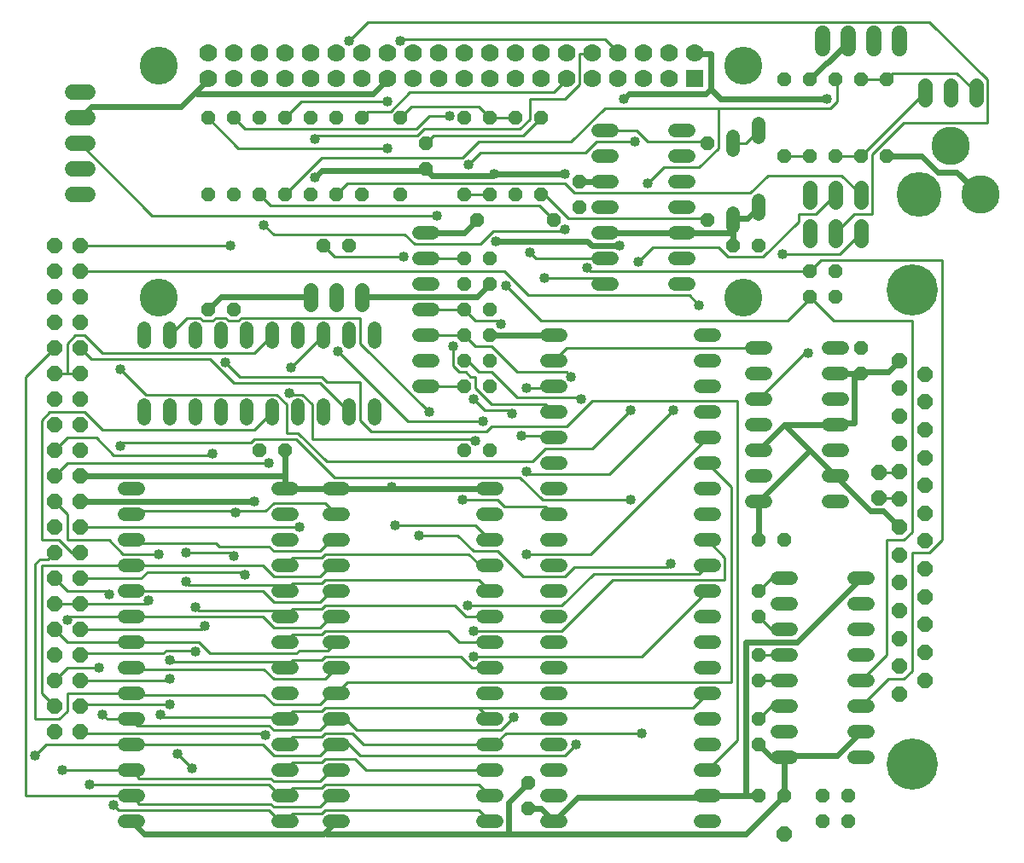
<source format=gtl>
G75*
%MOIN*%
%OFA0B0*%
%FSLAX24Y24*%
%IPPOS*%
%LPD*%
%AMOC8*
5,1,8,0,0,1.08239X$1,22.5*
%
%ADD10OC8,0.0520*%
%ADD11C,0.0520*%
%ADD12C,0.0560*%
%ADD13OC8,0.0560*%
%ADD14C,0.0600*%
%ADD15OC8,0.0600*%
%ADD16C,0.2000*%
%ADD17R,0.0700X0.0700*%
%ADD18C,0.0700*%
%ADD19C,0.1483*%
%ADD20C,0.1750*%
%ADD21C,0.1500*%
%ADD22C,0.0100*%
%ADD23C,0.0400*%
%ADD24C,0.0240*%
D10*
X020680Y002680D03*
X020680Y003680D03*
X029680Y003180D03*
X030680Y003180D03*
X029680Y005180D03*
X029680Y006180D03*
X029680Y007680D03*
X029680Y008680D03*
X029680Y010180D03*
X029680Y011180D03*
X029680Y013180D03*
X030680Y013180D03*
X033680Y019680D03*
X033680Y020680D03*
X029680Y024680D03*
X028680Y024680D03*
X027680Y025680D03*
X030680Y028180D03*
X031680Y028180D03*
X032680Y028180D03*
X033680Y028180D03*
X034680Y028180D03*
X034680Y031180D03*
X033680Y031180D03*
X032680Y031180D03*
X031680Y031180D03*
X030680Y031180D03*
X027680Y028680D03*
X022680Y027180D03*
X022680Y026180D03*
X021680Y025680D03*
X021180Y026680D03*
X020180Y026680D03*
X019180Y026680D03*
X018180Y026680D03*
X018680Y025680D03*
X016680Y027680D03*
X016680Y028680D03*
X015680Y029680D03*
X014180Y029680D03*
X013180Y029680D03*
X012180Y029680D03*
X011180Y029680D03*
X010180Y029680D03*
X009180Y029680D03*
X008180Y029680D03*
X008180Y026680D03*
X009180Y026680D03*
X010180Y026680D03*
X011180Y026680D03*
X012180Y026680D03*
X013180Y026680D03*
X014180Y026680D03*
X015680Y026680D03*
X013680Y024680D03*
X012680Y024680D03*
X009180Y022180D03*
X008180Y022180D03*
X010180Y016680D03*
X011180Y016680D03*
X018180Y016680D03*
X019180Y016680D03*
X019180Y029680D03*
X018180Y029680D03*
X020180Y029680D03*
X021180Y029680D03*
D11*
X023420Y029180D02*
X023940Y029180D01*
X023940Y028180D02*
X023420Y028180D01*
X023420Y027180D02*
X023940Y027180D01*
X023940Y026180D02*
X023420Y026180D01*
X023420Y025180D02*
X023940Y025180D01*
X023940Y024180D02*
X023420Y024180D01*
X023420Y023180D02*
X023940Y023180D01*
X026420Y023180D02*
X026940Y023180D01*
X026940Y024180D02*
X026420Y024180D01*
X026420Y025180D02*
X026940Y025180D01*
X026940Y026180D02*
X026420Y026180D01*
X026420Y027180D02*
X026940Y027180D01*
X026940Y028180D02*
X026420Y028180D01*
X026420Y029180D02*
X026940Y029180D01*
X028680Y028940D02*
X028680Y028420D01*
X029680Y028920D02*
X029680Y029440D01*
X029680Y026440D02*
X029680Y025920D01*
X028680Y025940D02*
X028680Y025420D01*
X027940Y021180D02*
X027420Y021180D01*
X027420Y020180D02*
X027940Y020180D01*
X027940Y019180D02*
X027420Y019180D01*
X027420Y018180D02*
X027940Y018180D01*
X027940Y017180D02*
X027420Y017180D01*
X027420Y016180D02*
X027940Y016180D01*
X027940Y015180D02*
X027420Y015180D01*
X027420Y014180D02*
X027940Y014180D01*
X027940Y013180D02*
X027420Y013180D01*
X027420Y012180D02*
X027940Y012180D01*
X027940Y011180D02*
X027420Y011180D01*
X027420Y010180D02*
X027940Y010180D01*
X027940Y009180D02*
X027420Y009180D01*
X027420Y008180D02*
X027940Y008180D01*
X027940Y007180D02*
X027420Y007180D01*
X027420Y006180D02*
X027940Y006180D01*
X027940Y005180D02*
X027420Y005180D01*
X027420Y004180D02*
X027940Y004180D01*
X027940Y003180D02*
X027420Y003180D01*
X027420Y002180D02*
X027940Y002180D01*
X030420Y004680D02*
X030940Y004680D01*
X030940Y005680D02*
X030420Y005680D01*
X030420Y006680D02*
X030940Y006680D01*
X030940Y007680D02*
X030420Y007680D01*
X030420Y008680D02*
X030940Y008680D01*
X030940Y009680D02*
X030420Y009680D01*
X030420Y010680D02*
X030940Y010680D01*
X030940Y011680D02*
X030420Y011680D01*
X033420Y011680D02*
X033940Y011680D01*
X033940Y010680D02*
X033420Y010680D01*
X033420Y009680D02*
X033940Y009680D01*
X033940Y008680D02*
X033420Y008680D01*
X033420Y007680D02*
X033940Y007680D01*
X033940Y006680D02*
X033420Y006680D01*
X033420Y005680D02*
X033940Y005680D01*
X033940Y004680D02*
X033420Y004680D01*
X021940Y004180D02*
X021420Y004180D01*
X021420Y003180D02*
X021940Y003180D01*
X021940Y002180D02*
X021420Y002180D01*
X019440Y002180D02*
X018920Y002180D01*
X018920Y003180D02*
X019440Y003180D01*
X019440Y004180D02*
X018920Y004180D01*
X018920Y005180D02*
X019440Y005180D01*
X019440Y006180D02*
X018920Y006180D01*
X018920Y007180D02*
X019440Y007180D01*
X019440Y008180D02*
X018920Y008180D01*
X018920Y009180D02*
X019440Y009180D01*
X019440Y010180D02*
X018920Y010180D01*
X018920Y011180D02*
X019440Y011180D01*
X019440Y012180D02*
X018920Y012180D01*
X018920Y013180D02*
X019440Y013180D01*
X019440Y014180D02*
X018920Y014180D01*
X018920Y015180D02*
X019440Y015180D01*
X021420Y015180D02*
X021940Y015180D01*
X021940Y014180D02*
X021420Y014180D01*
X021420Y013180D02*
X021940Y013180D01*
X021940Y012180D02*
X021420Y012180D01*
X021420Y011180D02*
X021940Y011180D01*
X021940Y010180D02*
X021420Y010180D01*
X021420Y009180D02*
X021940Y009180D01*
X021940Y008180D02*
X021420Y008180D01*
X021420Y007180D02*
X021940Y007180D01*
X021940Y006180D02*
X021420Y006180D01*
X021420Y005180D02*
X021940Y005180D01*
X013440Y005180D02*
X012920Y005180D01*
X012920Y004180D02*
X013440Y004180D01*
X013440Y003180D02*
X012920Y003180D01*
X012920Y002180D02*
X013440Y002180D01*
X011440Y002180D02*
X010920Y002180D01*
X010920Y003180D02*
X011440Y003180D01*
X011440Y004180D02*
X010920Y004180D01*
X010920Y005180D02*
X011440Y005180D01*
X011440Y006180D02*
X010920Y006180D01*
X010920Y007180D02*
X011440Y007180D01*
X011440Y008180D02*
X010920Y008180D01*
X010920Y009180D02*
X011440Y009180D01*
X011440Y010180D02*
X010920Y010180D01*
X010920Y011180D02*
X011440Y011180D01*
X011440Y012180D02*
X010920Y012180D01*
X010920Y013180D02*
X011440Y013180D01*
X011440Y014180D02*
X010920Y014180D01*
X010920Y015180D02*
X011440Y015180D01*
X012920Y015180D02*
X013440Y015180D01*
X013440Y014180D02*
X012920Y014180D01*
X012920Y013180D02*
X013440Y013180D01*
X013440Y012180D02*
X012920Y012180D01*
X012920Y011180D02*
X013440Y011180D01*
X013440Y010180D02*
X012920Y010180D01*
X012920Y009180D02*
X013440Y009180D01*
X013440Y008180D02*
X012920Y008180D01*
X012920Y007180D02*
X013440Y007180D01*
X013440Y006180D02*
X012920Y006180D01*
X005440Y006180D02*
X004920Y006180D01*
X004920Y005180D02*
X005440Y005180D01*
X005440Y004180D02*
X004920Y004180D01*
X004920Y003180D02*
X005440Y003180D01*
X005440Y002180D02*
X004920Y002180D01*
X004920Y007180D02*
X005440Y007180D01*
X005440Y008180D02*
X004920Y008180D01*
X004920Y009180D02*
X005440Y009180D01*
X005440Y010180D02*
X004920Y010180D01*
X004920Y011180D02*
X005440Y011180D01*
X005440Y012180D02*
X004920Y012180D01*
X004920Y013180D02*
X005440Y013180D01*
X005440Y014180D02*
X004920Y014180D01*
X004920Y015180D02*
X005440Y015180D01*
X005680Y017920D02*
X005680Y018440D01*
X006680Y018440D02*
X006680Y017920D01*
X007680Y017920D02*
X007680Y018440D01*
X008680Y018440D02*
X008680Y017920D01*
X009680Y017920D02*
X009680Y018440D01*
X010680Y018440D02*
X010680Y017920D01*
X011680Y017920D02*
X011680Y018440D01*
X012680Y018440D02*
X012680Y017920D01*
X013680Y017920D02*
X013680Y018440D01*
X014680Y018440D02*
X014680Y017920D01*
X016420Y019180D02*
X016940Y019180D01*
X016940Y020180D02*
X016420Y020180D01*
X016420Y021180D02*
X016940Y021180D01*
X016940Y022180D02*
X016420Y022180D01*
X016420Y023180D02*
X016940Y023180D01*
X016940Y024180D02*
X016420Y024180D01*
X016420Y025180D02*
X016940Y025180D01*
X014680Y021440D02*
X014680Y020920D01*
X013680Y020920D02*
X013680Y021440D01*
X012680Y021440D02*
X012680Y020920D01*
X011680Y020920D02*
X011680Y021440D01*
X010680Y021440D02*
X010680Y020920D01*
X009680Y020920D02*
X009680Y021440D01*
X008680Y021440D02*
X008680Y020920D01*
X007680Y020920D02*
X007680Y021440D01*
X006680Y021440D02*
X006680Y020920D01*
X005680Y020920D02*
X005680Y021440D01*
X021420Y021180D02*
X021940Y021180D01*
X021940Y020180D02*
X021420Y020180D01*
X021420Y019180D02*
X021940Y019180D01*
X021940Y018180D02*
X021420Y018180D01*
X021420Y017180D02*
X021940Y017180D01*
X021940Y016180D02*
X021420Y016180D01*
X029420Y015680D02*
X029940Y015680D01*
X029940Y014680D02*
X029420Y014680D01*
X029420Y016680D02*
X029940Y016680D01*
X029940Y017680D02*
X029420Y017680D01*
X029420Y018680D02*
X029940Y018680D01*
X029940Y019680D02*
X029420Y019680D01*
X029420Y020680D02*
X029940Y020680D01*
X032420Y020680D02*
X032940Y020680D01*
X032940Y019680D02*
X032420Y019680D01*
X032420Y018680D02*
X032940Y018680D01*
X032940Y017680D02*
X032420Y017680D01*
X032420Y016680D02*
X032940Y016680D01*
X032940Y015680D02*
X032420Y015680D01*
X032420Y014680D02*
X032940Y014680D01*
D12*
X032680Y024900D02*
X032680Y025460D01*
X032680Y026400D02*
X032680Y026960D01*
X033680Y026960D02*
X033680Y026400D01*
X033680Y025460D02*
X033680Y024900D01*
X031680Y024900D02*
X031680Y025460D01*
X031680Y026400D02*
X031680Y026960D01*
X036180Y030400D02*
X036180Y030960D01*
X037180Y030960D02*
X037180Y030400D01*
X038180Y030400D02*
X038180Y030960D01*
X014180Y022960D02*
X014180Y022400D01*
X013180Y022400D02*
X013180Y022960D01*
X012180Y022960D02*
X012180Y022400D01*
D13*
X018180Y022180D03*
X019180Y022180D03*
X019180Y021180D03*
X018180Y021180D03*
X018180Y020180D03*
X019180Y020180D03*
X019180Y019180D03*
X018180Y019180D03*
X018180Y023180D03*
X019180Y023180D03*
X019180Y024180D03*
X018180Y024180D03*
X031680Y023680D03*
X031680Y022680D03*
X032680Y022680D03*
X032680Y023680D03*
X032180Y003180D03*
X033180Y003180D03*
X033180Y002180D03*
X032180Y002180D03*
D14*
X003480Y026680D02*
X002880Y026680D01*
X002880Y027680D02*
X003480Y027680D01*
X003480Y028680D02*
X002880Y028680D01*
X002880Y029680D02*
X003480Y029680D01*
X003480Y030680D02*
X002880Y030680D01*
X032180Y032380D02*
X032180Y032980D01*
X033180Y032980D02*
X033180Y032380D01*
X034180Y032380D02*
X034180Y032980D01*
X035180Y032980D02*
X035180Y032380D01*
D15*
X035180Y020200D03*
X036180Y019660D03*
X035180Y019110D03*
X036180Y018570D03*
X035180Y018030D03*
X036180Y017480D03*
X035180Y016940D03*
X036180Y016400D03*
X035180Y015850D03*
X034380Y015830D03*
X034380Y014830D03*
X035180Y014770D03*
X036180Y015310D03*
X036180Y014220D03*
X035180Y013680D03*
X036180Y013140D03*
X035180Y012590D03*
X036180Y012050D03*
X035180Y011510D03*
X036180Y010960D03*
X035180Y010420D03*
X036180Y009880D03*
X035180Y009330D03*
X036180Y008790D03*
X035180Y008250D03*
X036180Y007700D03*
X035180Y007160D03*
X030680Y001680D03*
X003180Y005680D03*
X002180Y005680D03*
X002180Y006680D03*
X003180Y006680D03*
X003180Y007680D03*
X002180Y007680D03*
X002180Y008680D03*
X003180Y008680D03*
X003180Y009680D03*
X002180Y009680D03*
X002180Y010680D03*
X003180Y010680D03*
X003180Y011680D03*
X002180Y011680D03*
X002180Y012680D03*
X003180Y012680D03*
X003180Y013680D03*
X002180Y013680D03*
X002180Y014680D03*
X003180Y014680D03*
X003180Y015680D03*
X002180Y015680D03*
X002180Y016680D03*
X003180Y016680D03*
X003180Y017680D03*
X002180Y017680D03*
X002180Y018680D03*
X003180Y018680D03*
X003180Y019680D03*
X002180Y019680D03*
X002180Y020680D03*
X003180Y020680D03*
X003180Y021680D03*
X003180Y022680D03*
X002180Y022680D03*
X002180Y021680D03*
X002180Y023680D03*
X003180Y023680D03*
X003180Y024680D03*
X002180Y024680D03*
D16*
X035680Y022940D03*
X035680Y004420D03*
D17*
X027180Y031208D03*
D18*
X026180Y031208D03*
X026180Y032208D03*
X027180Y032208D03*
X025180Y032208D03*
X024180Y032208D03*
X023180Y032208D03*
X022180Y032208D03*
X021180Y032208D03*
X020180Y032208D03*
X019180Y032208D03*
X018180Y032208D03*
X017180Y032208D03*
X016180Y032208D03*
X015180Y032208D03*
X014180Y032208D03*
X013180Y032208D03*
X012180Y032208D03*
X011180Y032208D03*
X010180Y032208D03*
X009180Y032208D03*
X008180Y032208D03*
X008180Y031208D03*
X009180Y031208D03*
X010180Y031208D03*
X011180Y031208D03*
X012180Y031208D03*
X013180Y031208D03*
X014180Y031208D03*
X015180Y031208D03*
X016180Y031208D03*
X017180Y031208D03*
X018180Y031208D03*
X019180Y031208D03*
X020180Y031208D03*
X021180Y031208D03*
X022180Y031208D03*
X023180Y031208D03*
X024180Y031208D03*
X025180Y031208D03*
D19*
X029097Y031708D03*
X029097Y022652D03*
X006263Y022652D03*
X006263Y031708D03*
D20*
X035960Y026680D03*
D21*
X037180Y028570D03*
X038361Y026680D03*
D22*
X005180Y003180D02*
X001055Y003180D01*
X001055Y019555D01*
X002180Y020680D01*
X002680Y020868D02*
X002993Y021180D01*
X003368Y021180D01*
X004055Y020493D01*
X009993Y020493D01*
X010680Y021180D01*
X009493Y021868D02*
X009368Y021743D01*
X008993Y021743D01*
X008868Y021868D01*
X008493Y021868D01*
X008368Y021743D01*
X007993Y021743D01*
X007868Y021868D01*
X007368Y021868D01*
X006680Y021180D01*
X008243Y020243D02*
X009180Y019305D01*
X012555Y019305D01*
X013680Y018180D01*
X014118Y017868D02*
X014118Y019368D01*
X012805Y019368D01*
X012618Y019555D01*
X009430Y019555D01*
X008868Y020118D01*
X008243Y020243D02*
X003618Y020243D01*
X003180Y020680D01*
X002680Y020868D02*
X002680Y019680D01*
X003180Y019680D01*
X002680Y019680D02*
X002180Y019680D01*
X001993Y018180D02*
X001680Y017868D01*
X001680Y013180D01*
X002368Y013180D01*
X002868Y012680D01*
X003180Y012680D01*
X002680Y013180D02*
X004305Y013180D01*
X004868Y012618D01*
X006243Y012618D01*
X005805Y011930D02*
X005555Y011680D01*
X003180Y011680D01*
X002680Y011180D02*
X004180Y011180D01*
X004305Y011055D01*
X005180Y011180D02*
X010305Y011180D01*
X010743Y010743D01*
X012555Y010743D01*
X012993Y011180D01*
X013180Y011180D01*
X012743Y011618D02*
X018743Y011618D01*
X019180Y011180D01*
X019180Y012180D02*
X018805Y012180D01*
X018368Y012618D01*
X012743Y012618D01*
X012618Y012493D01*
X011493Y012493D01*
X011180Y012180D01*
X010743Y011743D02*
X012555Y011743D01*
X012993Y012180D01*
X013180Y012180D01*
X012743Y011618D02*
X012618Y011493D01*
X011493Y011493D01*
X011180Y011180D01*
X011368Y011430D01*
X007430Y011430D01*
X007305Y011555D01*
X007680Y010555D02*
X007805Y010430D01*
X011368Y010430D01*
X011180Y010180D01*
X011493Y010493D01*
X012618Y010493D01*
X012743Y010618D01*
X017805Y010618D01*
X018243Y010180D01*
X019180Y010180D01*
X018555Y009618D02*
X021993Y009618D01*
X023993Y011618D01*
X028368Y011618D01*
X028368Y012493D01*
X027680Y013180D01*
X027680Y012180D02*
X027368Y011868D01*
X023243Y011868D01*
X021993Y010618D01*
X018305Y010618D01*
X017555Y009618D02*
X017993Y009180D01*
X019180Y009180D01*
X018555Y008618D02*
X025118Y008618D01*
X027680Y011180D01*
X026243Y012243D02*
X026118Y012118D01*
X022493Y012118D01*
X022118Y011743D01*
X020493Y011743D01*
X019493Y012743D01*
X018555Y012743D01*
X017930Y013368D01*
X016430Y013368D01*
X015493Y013743D02*
X018618Y013743D01*
X019180Y013180D01*
X019743Y014493D02*
X019493Y014743D01*
X018118Y014743D01*
X019743Y014493D02*
X021368Y014493D01*
X021680Y014180D01*
X021243Y014743D02*
X024680Y014743D01*
X023868Y015743D02*
X026368Y018243D01*
X027680Y017180D02*
X023118Y012618D01*
X020618Y012618D01*
X021243Y014743D02*
X020368Y015618D01*
X013118Y015618D01*
X011618Y017118D01*
X009993Y017118D01*
X009868Y016993D01*
X004868Y016993D01*
X004743Y016868D01*
X004493Y016493D02*
X008305Y016493D01*
X008368Y016555D01*
X009993Y017493D02*
X004055Y017493D01*
X003368Y018180D01*
X001993Y018180D01*
X002680Y017180D02*
X003805Y017180D01*
X004493Y016493D01*
X002680Y016180D02*
X010555Y016180D01*
X011243Y017368D02*
X011680Y017368D01*
X012805Y016243D01*
X020868Y016243D01*
X021368Y016743D01*
X023180Y016743D01*
X024680Y018243D01*
X023180Y018618D02*
X022180Y017618D01*
X019243Y017618D01*
X019055Y017430D01*
X014555Y017430D01*
X014118Y017868D01*
X012243Y018493D02*
X012243Y017118D01*
X018555Y017118D01*
X018618Y017055D01*
X018930Y017805D02*
X015993Y017805D01*
X013243Y020555D01*
X012680Y021180D02*
X011430Y019930D01*
X011368Y018930D02*
X011430Y018868D01*
X011868Y018868D01*
X012243Y018493D01*
X011243Y018493D02*
X011243Y017368D01*
X010680Y018180D02*
X009993Y017493D01*
X011243Y018493D02*
X010868Y018868D01*
X005743Y018868D01*
X004743Y019868D01*
X002680Y017180D02*
X002180Y016680D01*
X002680Y016180D02*
X002180Y015680D01*
X002180Y014680D02*
X002680Y014180D01*
X002680Y013180D01*
X002180Y012680D02*
X001930Y012430D01*
X001618Y012430D01*
X001430Y012243D01*
X001430Y006180D01*
X002368Y006180D01*
X002680Y006493D01*
X002680Y007180D01*
X005180Y007180D01*
X005243Y007118D01*
X010368Y007118D01*
X010743Y006743D01*
X012555Y006743D01*
X012993Y007180D01*
X013180Y007180D01*
X013618Y007618D01*
X028618Y007618D01*
X028618Y015243D01*
X027680Y016180D01*
X028868Y018618D02*
X023180Y018618D01*
X022743Y018680D02*
X022680Y018743D01*
X020243Y018743D01*
X019243Y019743D01*
X018743Y019743D01*
X018305Y020180D01*
X018180Y020180D01*
X018243Y019743D02*
X017993Y019743D01*
X017743Y019993D01*
X017743Y020743D01*
X018180Y021180D02*
X016680Y021180D01*
X016680Y022180D02*
X018180Y022180D01*
X018618Y021743D01*
X019493Y021743D01*
X019618Y021618D01*
X019243Y020743D02*
X018618Y020743D01*
X018180Y021180D01*
X019243Y020743D02*
X020243Y019743D01*
X022180Y019743D01*
X022368Y019555D01*
X021680Y019180D02*
X021618Y019118D01*
X020618Y019118D01*
X021368Y018493D02*
X019243Y018493D01*
X018618Y019118D01*
X018618Y019555D01*
X018430Y019555D01*
X018243Y019743D01*
X018180Y019180D02*
X016680Y019180D01*
X016805Y018180D02*
X014118Y020868D01*
X014118Y021868D01*
X009493Y021868D01*
X009055Y024680D02*
X003180Y024680D01*
X003180Y023680D02*
X019743Y023680D01*
X020680Y022743D01*
X026993Y022743D01*
X027368Y022368D01*
X028493Y024243D02*
X029868Y024243D01*
X031243Y025618D01*
X031243Y025930D01*
X031930Y025930D01*
X032680Y026680D01*
X032930Y027430D02*
X033680Y026680D01*
X033430Y025930D02*
X032680Y025180D01*
X032868Y024368D02*
X033680Y025180D01*
X033430Y025930D02*
X034118Y025930D01*
X034118Y028243D01*
X035368Y029493D01*
X038618Y029493D01*
X038618Y031180D01*
X036368Y033430D01*
X014430Y033430D01*
X013680Y032680D01*
X015680Y032680D02*
X015743Y032743D01*
X023680Y032743D01*
X024180Y032243D01*
X024180Y032208D01*
X023180Y032180D02*
X023180Y032208D01*
X023180Y032180D02*
X022680Y032180D01*
X022680Y030993D01*
X022118Y030430D01*
X020743Y030430D01*
X020743Y029618D01*
X020368Y029243D01*
X016618Y029243D01*
X016368Y028993D01*
X012493Y028993D01*
X012368Y028868D01*
X012618Y028118D02*
X018118Y028118D01*
X018743Y028743D01*
X022368Y028743D01*
X023680Y030055D01*
X028118Y030055D01*
X028118Y028493D01*
X027368Y027743D01*
X025993Y027743D01*
X025368Y027118D01*
X025368Y028743D02*
X024930Y029180D01*
X023680Y029180D01*
X023368Y028743D02*
X024868Y028743D01*
X025368Y028743D02*
X027618Y028743D01*
X027680Y028680D01*
X028680Y028680D02*
X029180Y028680D01*
X029680Y029180D01*
X030680Y028180D02*
X031680Y028180D01*
X032680Y028180D02*
X033680Y028180D01*
X036180Y030680D01*
X034930Y031430D02*
X034680Y031180D01*
X033680Y031180D01*
X032743Y031180D02*
X032680Y031180D01*
X032743Y031180D02*
X032743Y030305D01*
X032493Y030055D01*
X028118Y030055D01*
X030055Y027430D02*
X032930Y027430D01*
X030055Y027430D02*
X029368Y026743D01*
X022493Y026743D01*
X022118Y027118D01*
X013618Y027118D01*
X013180Y026680D01*
X012618Y028118D02*
X011180Y026680D01*
X010618Y026243D02*
X021118Y026243D01*
X021680Y025680D01*
X022243Y025743D02*
X021305Y026680D01*
X021180Y026680D01*
X022243Y025743D02*
X027618Y025743D01*
X027680Y025680D01*
X028118Y024618D02*
X028493Y024243D01*
X028118Y024618D02*
X025555Y024618D01*
X024993Y024055D01*
X023680Y024180D02*
X020993Y024180D01*
X020743Y024430D01*
X021305Y023430D02*
X023430Y023430D01*
X023680Y023180D01*
X023118Y023680D02*
X022993Y023805D01*
X023118Y023680D02*
X031680Y023680D01*
X032118Y024118D01*
X036868Y024118D01*
X036868Y013180D01*
X036368Y012680D01*
X035680Y012680D01*
X035680Y008055D01*
X035368Y007743D01*
X034743Y007743D01*
X033680Y006680D01*
X033680Y007680D02*
X034680Y008680D01*
X034680Y013180D01*
X035368Y013180D01*
X035680Y013493D01*
X035680Y021743D01*
X032618Y021743D01*
X031680Y022680D01*
X031680Y022618D01*
X030805Y021743D01*
X021180Y021743D01*
X019805Y023118D01*
X018180Y024180D02*
X016680Y024180D01*
X016243Y024743D02*
X018805Y024743D01*
X019305Y025243D01*
X022055Y025243D01*
X022118Y025305D01*
X019180Y026680D02*
X018180Y026680D01*
X017118Y025868D02*
X005993Y025868D01*
X003180Y028680D01*
X008180Y029680D02*
X009368Y028493D01*
X015180Y028493D01*
X015680Y029680D02*
X016118Y030118D01*
X018743Y030118D01*
X019180Y029680D01*
X020180Y029680D01*
X020493Y028993D02*
X021180Y029680D01*
X020493Y028993D02*
X016993Y028993D01*
X016680Y028680D01*
X016305Y029243D02*
X016805Y029743D01*
X017618Y029743D01*
X016305Y029243D02*
X009618Y029243D01*
X009180Y029680D01*
X011180Y029680D02*
X011805Y030305D01*
X015180Y030305D01*
X015305Y029930D02*
X016055Y030680D01*
X021680Y030680D01*
X022180Y031180D01*
X022180Y031208D01*
X023368Y028743D02*
X022930Y028305D01*
X018805Y028305D01*
X018368Y027868D01*
X015305Y029930D02*
X014430Y029930D01*
X014180Y029680D01*
X010618Y026243D02*
X010180Y026680D01*
X010368Y025493D02*
X010743Y025118D01*
X015868Y025118D01*
X016243Y024743D01*
X015805Y024243D02*
X013118Y024243D01*
X012680Y024680D01*
X018555Y018680D02*
X018993Y018243D01*
X019930Y018243D01*
X020055Y018118D01*
X020430Y017243D02*
X021618Y017243D01*
X021680Y017180D01*
X021680Y018180D02*
X021368Y018493D01*
X021680Y020180D02*
X022180Y020680D01*
X029680Y020680D01*
X031493Y020493D02*
X031618Y020493D01*
X031493Y020493D02*
X029680Y018680D01*
X028868Y018618D02*
X028868Y005368D01*
X027680Y004180D01*
X029680Y006180D02*
X030180Y006680D01*
X030680Y006680D01*
X030680Y007680D02*
X029680Y007680D01*
X029680Y008680D02*
X030680Y008680D01*
X030680Y009680D02*
X030180Y009680D01*
X029680Y010180D01*
X029680Y011180D02*
X030180Y011680D01*
X030680Y011680D01*
X034380Y014830D02*
X034430Y014805D01*
X035180Y014805D01*
X035180Y014770D01*
X035180Y015805D02*
X034430Y015805D01*
X034380Y015830D01*
X035180Y015805D02*
X035180Y015850D01*
X032868Y024368D02*
X030618Y024368D01*
X037430Y031430D02*
X038180Y030680D01*
X037430Y031430D02*
X034930Y031430D01*
X023868Y015743D02*
X020743Y015743D01*
X020618Y015868D01*
X017555Y009618D02*
X012743Y009618D01*
X012618Y009493D01*
X011493Y009493D01*
X011180Y009180D01*
X011618Y008743D02*
X011743Y008868D01*
X012868Y008868D01*
X013180Y009180D01*
X012555Y009743D02*
X012993Y010180D01*
X013180Y010180D01*
X012555Y009743D02*
X010743Y009743D01*
X010305Y010180D01*
X005180Y010180D01*
X002805Y010180D01*
X002680Y010055D01*
X002180Y009680D02*
X002680Y009180D01*
X005180Y009180D01*
X007805Y009180D01*
X008243Y008743D01*
X011618Y008743D01*
X011493Y008493D02*
X011180Y008180D01*
X011180Y008243D01*
X010993Y008430D01*
X006743Y008430D01*
X006680Y008493D01*
X006430Y008743D02*
X006555Y008868D01*
X007618Y008868D01*
X007680Y008805D01*
X007930Y009680D02*
X003180Y009680D01*
X003243Y008743D02*
X006430Y008743D01*
X006680Y007743D02*
X006618Y007680D01*
X003180Y007680D01*
X002680Y008180D02*
X003930Y008180D01*
X003243Y008743D02*
X003180Y008680D01*
X002680Y008180D02*
X002180Y007680D01*
X001680Y007180D02*
X001680Y012180D01*
X005180Y012180D01*
X010305Y012180D01*
X010743Y011743D01*
X010743Y012743D02*
X012555Y012743D01*
X012993Y013180D01*
X013180Y013180D01*
X013180Y014180D02*
X012743Y014618D01*
X010743Y014618D01*
X010430Y014305D01*
X009243Y014305D01*
X009243Y014243D01*
X009243Y014305D02*
X005305Y014305D01*
X005180Y014180D01*
X005180Y013180D02*
X005305Y013055D01*
X008493Y013055D01*
X008618Y012930D01*
X010555Y012930D01*
X010743Y012743D01*
X011743Y013680D02*
X003180Y013680D01*
X002180Y011680D02*
X002680Y011180D01*
X003180Y010680D02*
X002180Y010680D01*
X003180Y010680D02*
X005743Y010680D01*
X005868Y010805D01*
X005805Y011930D02*
X009493Y011930D01*
X009618Y011805D01*
X009180Y012555D02*
X009055Y012680D01*
X007305Y012680D01*
X008055Y009805D02*
X007930Y009680D01*
X010368Y008118D02*
X005243Y008118D01*
X005180Y008180D01*
X006680Y006743D02*
X003243Y006743D01*
X003180Y006680D01*
X004055Y006368D02*
X004243Y006180D01*
X005180Y006180D01*
X005430Y005930D01*
X010555Y005930D01*
X010743Y005743D01*
X012555Y005743D01*
X012993Y006180D01*
X013180Y006180D01*
X013555Y006180D01*
X013993Y005743D01*
X019618Y005743D01*
X020118Y006243D01*
X019805Y005618D02*
X019368Y005180D01*
X019180Y005180D01*
X014243Y005180D01*
X013805Y005618D01*
X012743Y005618D01*
X012618Y005493D01*
X011493Y005493D01*
X011180Y005180D01*
X010743Y004743D02*
X012555Y004743D01*
X012993Y005180D01*
X013180Y005180D01*
X013680Y005180D01*
X014118Y004743D01*
X022118Y004743D01*
X022555Y005180D01*
X025118Y005618D02*
X019805Y005618D01*
X019180Y006180D02*
X018774Y006586D01*
X018805Y006618D01*
X027118Y006618D01*
X027680Y007180D01*
X019180Y008180D02*
X018493Y008180D01*
X018055Y008618D01*
X012743Y008618D01*
X012618Y008493D01*
X011493Y008493D01*
X010743Y007743D02*
X010368Y008118D01*
X010743Y007743D02*
X012743Y007743D01*
X013180Y008180D01*
X012743Y006618D02*
X018743Y006618D01*
X018774Y006586D01*
X019180Y004180D02*
X014368Y004180D01*
X013930Y004618D01*
X012743Y004618D01*
X012618Y004493D01*
X011493Y004493D01*
X011180Y004180D01*
X010743Y003743D02*
X012555Y003743D01*
X012993Y004180D01*
X013180Y004180D01*
X012743Y003618D02*
X018743Y003618D01*
X019180Y003180D01*
X018743Y002618D02*
X019180Y002180D01*
X018743Y002618D02*
X012743Y002618D01*
X012618Y002493D01*
X011493Y002493D01*
X011180Y002180D01*
X011180Y002243D01*
X010930Y002243D01*
X010555Y002618D01*
X004680Y002618D01*
X004493Y002805D01*
X005180Y003180D02*
X005493Y002868D01*
X010618Y002868D01*
X010743Y002743D01*
X012555Y002743D01*
X012993Y003180D01*
X013180Y003180D01*
X012743Y003618D02*
X012618Y003493D01*
X011493Y003493D01*
X011180Y003180D01*
X011180Y003243D01*
X010930Y003243D01*
X010555Y003618D01*
X003555Y003618D01*
X002493Y004180D02*
X005180Y004180D01*
X005493Y003868D01*
X010618Y003868D01*
X010743Y003743D01*
X010743Y004743D02*
X010305Y005180D01*
X005180Y005180D01*
X001868Y005180D01*
X001430Y004743D01*
X003180Y005680D02*
X003243Y005618D01*
X010368Y005618D01*
X010430Y005555D01*
X011180Y006180D02*
X011180Y006243D01*
X006430Y006243D01*
X006305Y006368D01*
X006993Y004805D02*
X007555Y004243D01*
X011180Y006180D02*
X011493Y006493D01*
X012618Y006493D01*
X012743Y006618D01*
X002180Y006680D02*
X001680Y007180D01*
D23*
X003930Y008180D03*
X002680Y010055D03*
X004305Y011055D03*
X005868Y010805D03*
X007305Y011555D03*
X007680Y010555D03*
X008055Y009805D03*
X007680Y008805D03*
X006680Y008493D03*
X006680Y007743D03*
X006680Y006743D03*
X006305Y006368D03*
X006993Y004805D03*
X007555Y004243D03*
X010430Y005555D03*
X004493Y002805D03*
X003555Y003618D03*
X002493Y004180D03*
X001430Y004743D03*
X004055Y006368D03*
X009618Y011805D03*
X009180Y012555D03*
X007305Y012680D03*
X006243Y012618D03*
X009243Y014243D03*
X009993Y014680D03*
X010555Y016180D03*
X008368Y016555D03*
X011368Y018930D03*
X011430Y019930D03*
X013243Y020555D03*
X016805Y018180D03*
X018555Y018680D03*
X018930Y017805D03*
X018618Y017055D03*
X020055Y018118D03*
X020430Y017243D03*
X020618Y015868D03*
X018118Y014743D03*
X016430Y013368D03*
X015493Y013743D03*
X015368Y015243D03*
X011743Y013680D03*
X018305Y010618D03*
X018555Y009618D03*
X018555Y008618D03*
X020118Y006243D03*
X022555Y005180D03*
X025118Y005618D03*
X026243Y012243D03*
X024680Y014743D03*
X020618Y012618D03*
X024680Y018243D03*
X026368Y018243D03*
X022743Y018680D03*
X022368Y019555D03*
X020618Y019118D03*
X019618Y021618D03*
X017743Y020743D03*
X019805Y023118D03*
X021305Y023430D03*
X020743Y024430D03*
X019430Y024868D03*
X017118Y025868D03*
X015805Y024243D03*
X012368Y027368D03*
X012368Y028868D03*
X015180Y028493D03*
X015180Y030305D03*
X017618Y029743D03*
X018368Y027868D03*
X019368Y027493D03*
X022118Y027493D03*
X022118Y025305D03*
X022993Y023805D03*
X024243Y024680D03*
X024993Y024055D03*
X027368Y022368D03*
X030618Y024368D03*
X031618Y020493D03*
X025368Y027118D03*
X024868Y028743D03*
X024430Y030430D03*
X032368Y030430D03*
X015680Y032680D03*
X013680Y032680D03*
X010368Y025493D03*
X009055Y024680D03*
X008868Y020118D03*
X004743Y019868D03*
X004743Y016868D03*
D24*
X003180Y015680D02*
X011180Y015680D01*
X011180Y016680D01*
X011180Y015680D02*
X011180Y015180D01*
X013180Y015180D01*
X015368Y015180D01*
X015368Y015243D01*
X015368Y015180D02*
X019180Y015180D01*
X019180Y021180D02*
X021680Y021180D01*
X019180Y023180D02*
X018680Y022680D01*
X014180Y022680D01*
X012180Y022680D02*
X008680Y022680D01*
X008180Y022180D01*
X012368Y027368D02*
X012618Y027618D01*
X016618Y027618D01*
X016680Y027680D01*
X016930Y027430D01*
X019305Y027430D01*
X019368Y027493D01*
X022118Y027493D01*
X022680Y027180D02*
X023680Y027180D01*
X023680Y025180D02*
X026680Y025180D01*
X028618Y025180D01*
X028680Y025680D01*
X028743Y025743D01*
X029243Y025743D01*
X029680Y026180D01*
X028680Y025680D02*
X028680Y024680D01*
X024243Y024680D02*
X023180Y024680D01*
X022993Y024868D01*
X019430Y024868D01*
X018680Y025680D02*
X018180Y025180D01*
X016680Y025180D01*
X014618Y030618D02*
X007743Y030618D01*
X007680Y030680D01*
X007118Y030118D01*
X003618Y030118D01*
X003180Y029680D01*
X007680Y030680D02*
X008180Y031180D01*
X008180Y031208D01*
X014618Y030618D02*
X015180Y031180D01*
X015180Y031208D01*
X024430Y030430D02*
X024618Y030618D01*
X027618Y030618D01*
X027805Y030805D01*
X028180Y030430D01*
X032368Y030430D01*
X031680Y031180D02*
X032305Y031805D01*
X032368Y031805D01*
X033180Y032618D01*
X033180Y032680D01*
X034680Y028180D02*
X036055Y028180D01*
X036680Y027555D01*
X037430Y027555D01*
X038305Y026680D01*
X038361Y026680D01*
X035180Y020200D02*
X035180Y020180D01*
X034743Y019743D01*
X033743Y019743D01*
X033680Y019680D01*
X033430Y019618D01*
X033430Y017743D01*
X032743Y017743D01*
X032680Y017680D01*
X030680Y017680D01*
X031680Y016680D01*
X029680Y014680D01*
X029680Y013180D01*
X032680Y015680D02*
X034055Y014305D01*
X034555Y014305D01*
X035180Y013680D01*
X033680Y011680D02*
X031180Y009180D01*
X029180Y009180D01*
X029180Y003180D01*
X027680Y003180D01*
X027618Y003118D01*
X022618Y003118D01*
X021680Y002180D01*
X021180Y002680D01*
X020680Y002680D01*
X019930Y002930D02*
X019930Y001680D01*
X029180Y001680D01*
X030680Y003180D01*
X030680Y004680D01*
X030743Y004743D01*
X032743Y004743D01*
X033680Y005680D01*
X030680Y004680D02*
X030180Y004680D01*
X029680Y005180D01*
X029680Y003180D02*
X029180Y003180D01*
X020680Y003680D02*
X019930Y002930D01*
X019930Y001680D02*
X012805Y001680D01*
X012743Y001743D01*
X012680Y001680D01*
X005680Y001680D01*
X005180Y002180D01*
X012743Y001743D02*
X013180Y002180D01*
X009993Y014680D02*
X003180Y014680D01*
X027180Y032180D02*
X027180Y032208D01*
X027180Y032180D02*
X027805Y032180D01*
X027805Y030805D01*
X032680Y019680D02*
X033680Y019680D01*
X030680Y017680D02*
X029680Y016680D01*
X031680Y016680D02*
X032680Y015680D01*
M02*

</source>
